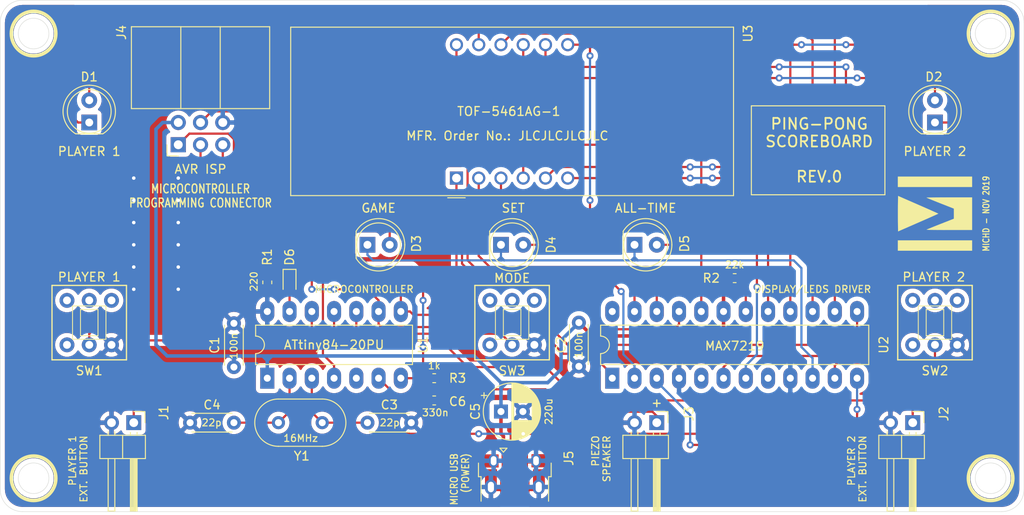
<source format=kicad_pcb>
(kicad_pcb (version 20171130) (host pcbnew 5.1.4-e60b266~84~ubuntu18.04.1)
  (title_block (title "Ping-pong Score Board") (date 2019-11-15) (rev 0))
  (layers (0 F.Cu signal) (31 B.Cu signal) (34 B.Paste user) (35 F.Paste user) (36 B.SilkS user) (37 F.SilkS user) (38 B.Mask user) (39 F.Mask user) (44 Edge.Cuts user))
  (net 0 "")
  (net 1 +5V)
  (net 2 GND)
  (net 3 "Net-(C3-Pad1)")
  (net 4 "Net-(C4-Pad1)")
  (net 5 /DIG4)
  (net 6 /SEG_A)
  (net 7 /SEG_B)
  (net 8 /DIG5)
  (net 9 /SEG_C)
  (net 10 "Net-(D6-Pad1)")
  (net 11 /PA0)
  (net 12 /PA1)
  (net 13 /PA2)
  (net 14 /PA5)
  (net 15 /PA4)
  (net 16 /PA6)
  (net 17 /PB3)
  (net 18 "Net-(R2-Pad2)")
  (net 19 /PA3)
  (net 20 /PA7)
  (net 21 /DIG0)
  (net 22 /SEG_F)
  (net 23 /SEG_G)
  (net 24 /DIG2)
  (net 25 /DIG3)
  (net 26 /SEG_E)
  (net 27 /SEG_DP)
  (net 28 /DIG1)
  (net 29 /SEG_D)
  (net 30 /PIEZO)
  (net 31 "Net-(C6-Pad2)")
  (module m-logo:m-logo (layer F.Cu) (at 194.31 95.504 90)
    (fp_text reference G*** hide)
    (fp_text value LOGO hide)
  )
  (module Display_7Segment:CA56-12CGKWA (layer F.Cu) (at 139.7 91.44 90)
    (fp_text reference U3 (at 16.51 33.274 270) (layer F.SilkS))
    (fp_text value TOF-5461AG-1 (at 7.62 5.969 180) (layer F.SilkS))
    (pad 1 thru_hole rect (at 0 0 90) (size 1.5 1.5) (drill 1) (layers *.Cu *.Mask) (net 26 /SEG_E))
    (pad 2 thru_hole circle (at 0 2.54 90) (size 1.5 1.5) (drill 1) (layers *.Cu *.Mask) (net 29 /SEG_D))
    (pad 3 thru_hole circle (at 0 5.08 90) (size 1.5 1.5) (drill 1) (layers *.Cu *.Mask) (net 27 /SEG_DP))
    (pad 4 thru_hole circle (at 0 7.62 90) (size 1.5 1.5) (drill 1) (layers *.Cu *.Mask) (net 9 /SEG_C))
    (pad 5 thru_hole circle (at 0 10.16 90) (size 1.5 1.5) (drill 1) (layers *.Cu *.Mask) (net 23 /SEG_G))
    (pad 6 thru_hole circle (at 0 12.7 90) (size 1.5 1.5) (drill 1) (layers *.Cu *.Mask) (net 25 /DIG3))
    (pad 7 thru_hole circle (at 15.24 12.7 90) (size 1.5 1.5) (drill 1) (layers *.Cu *.Mask) (net 7 /SEG_B))
    (pad 8 thru_hole circle (at 15.24 10.16 90) (size 1.5 1.5) (drill 1) (layers *.Cu *.Mask) (net 24 /DIG2))
    (pad 9 thru_hole circle (at 15.24 7.62 90) (size 1.5 1.5) (drill 1) (layers *.Cu *.Mask) (net 28 /DIG1))
    (pad 10 thru_hole circle (at 15.24 5.08 90) (size 1.5 1.5) (drill 1) (layers *.Cu *.Mask) (net 22 /SEG_F))
    (pad 11 thru_hole circle (at 15.24 2.54 90) (size 1.5 1.5) (drill 1) (layers *.Cu *.Mask) (net 6 /SEG_A))
    (pad 12 thru_hole circle (at 15.24 0 90) (size 1.5 1.5) (drill 1) (layers *.Cu *.Mask) (net 21 /DIG0))
  )
  (module Capacitor_THT:C_Disc_D4.3mm_W1.9mm_P5.00mm (layer F.Cu) (at 114.3 113.03 90)
    (fp_text reference C1 (at 2.5 -2.2 90) (layer F.SilkS))
    (fp_text value 100n (at 2.413 0 90) (layer F.SilkS) (effects (font (size 0.8 0.8) (thickness 0.13))))
    (pad 1 thru_hole circle (at 0 0 90) (size 1.6 1.6) (drill 0.8) (layers *.Cu *.Mask) (net 1 +5V))
    (pad 2 thru_hole circle (at 5 0 90) (size 1.6 1.6) (drill 0.8) (layers *.Cu *.Mask) (net 2 GND))
  )
  (module Capacitor_THT:C_Disc_D4.3mm_W1.9mm_P5.00mm (layer F.Cu) (at 153.67 107.95 270)
    (fp_text reference C2 (at 2.54 2.032 90) (layer F.SilkS))
    (fp_text value 100n (at 2.54 0 90) (layer F.SilkS) (effects (font (size 0.8 0.8) (thickness 0.13))))
    (pad 2 thru_hole circle (at 5 0 270) (size 1.6 1.6) (drill 0.8) (layers *.Cu *.Mask) (net 2 GND))
    (pad 1 thru_hole circle (at 0 0 270) (size 1.6 1.6) (drill 0.8) (layers *.Cu *.Mask) (net 1 +5V))
  )
  (module Capacitor_THT:C_Disc_D4.3mm_W1.9mm_P5.00mm (layer F.Cu) (at 129.54 119.38)
    (fp_text reference C3 (at 2.5 -2.032) (layer F.SilkS))
    (fp_text value 22p (at 2.54 0) (layer F.SilkS) (effects (font (size 0.8 0.8) (thickness 0.13))))
    (pad 1 thru_hole circle (at 0 0) (size 1.6 1.6) (drill 0.8) (layers *.Cu *.Mask) (net 3 "Net-(C3-Pad1)"))
    (pad 2 thru_hole circle (at 5 0) (size 1.6 1.6) (drill 0.8) (layers *.Cu *.Mask) (net 2 GND))
  )
  (module Capacitor_THT:C_Disc_D4.3mm_W1.9mm_P5.00mm (layer F.Cu) (at 114.3 119.38 180)
    (fp_text reference C4 (at 2.5 2.032) (layer F.SilkS))
    (fp_text value 22p (at 2.54 0) (layer F.SilkS) (effects (font (size 0.8 0.8) (thickness 0.13))))
    (pad 2 thru_hole circle (at 5 0 180) (size 1.6 1.6) (drill 0.8) (layers *.Cu *.Mask) (net 2 GND))
    (pad 1 thru_hole circle (at 0 0 180) (size 1.6 1.6) (drill 0.8) (layers *.Cu *.Mask) (net 4 "Net-(C4-Pad1)"))
  )
  (module Capacitor_THT:CP_Radial_D6.3mm_P2.50mm (layer F.Cu) (at 144.78 118.11)
    (fp_text reference C5 (at -2.921 0 90) (layer F.SilkS))
    (fp_text value 220u (at 5.461 0 90) (layer F.SilkS) (effects (font (size 0.8 0.8) (thickness 0.13))))
    (pad 1 thru_hole rect (at 0 0) (size 1.6 1.6) (drill 0.8) (layers *.Cu *.Mask) (net 1 +5V))
    (pad 2 thru_hole circle (at 2.5 0) (size 1.6 1.6) (drill 0.8) (layers *.Cu *.Mask) (net 2 GND))
  )
  (module LED_THT:LED_D5.0mm_Clear (layer F.Cu) (at 97.79 85.09 90)
    (fp_text reference D1 (at 5.207 0 180) (layer F.SilkS))
    (fp_text value LED)
    (pad 1 thru_hole rect (at 0 0 90) (size 1.8 1.8) (drill 0.9) (layers *.Cu *.Mask) (net 5 /DIG4))
    (pad 2 thru_hole circle (at 2.54 0 90) (size 1.8 1.8) (drill 0.9) (layers *.Cu *.Mask) (net 6 /SEG_A))
  )
  (module LED_THT:LED_D5.0mm_Clear (layer F.Cu) (at 194.31 85.09 90)
    (fp_text reference D2 (at 5.207 -0.127 180) (layer F.SilkS))
    (fp_text value LED)
    (pad 2 thru_hole circle (at 2.54 0 90) (size 1.8 1.8) (drill 0.9) (layers *.Cu *.Mask) (net 7 /SEG_B))
    (pad 1 thru_hole rect (at 0 0 90) (size 1.8 1.8) (drill 0.9) (layers *.Cu *.Mask) (net 5 /DIG4))
  )
  (module LED_THT:LED_D5.0mm (layer F.Cu) (at 129.54 99.06)
    (fp_text reference D3 (at 5.588 -0.127 90) (layer F.SilkS))
    (fp_text value LED)
    (pad 1 thru_hole rect (at 0 0) (size 1.8 1.8) (drill 0.9) (layers *.Cu *.Mask) (net 8 /DIG5))
    (pad 2 thru_hole circle (at 2.54 0) (size 1.8 1.8) (drill 0.9) (layers *.Cu *.Mask) (net 6 /SEG_A))
  )
  (module LED_THT:LED_D5.0mm (layer F.Cu) (at 144.78 99.06)
    (fp_text reference D4 (at 5.715 0 90) (layer F.SilkS))
    (fp_text value LED)
    (pad 2 thru_hole circle (at 2.54 0) (size 1.8 1.8) (drill 0.9) (layers *.Cu *.Mask) (net 7 /SEG_B))
    (pad 1 thru_hole rect (at 0 0) (size 1.8 1.8) (drill 0.9) (layers *.Cu *.Mask) (net 8 /DIG5))
  )
  (module LED_THT:LED_D5.0mm (layer F.Cu) (at 160.02 99.06)
    (fp_text reference D5 (at 5.715 -0.127 90) (layer F.SilkS))
    (fp_text value LED)
    (pad 1 thru_hole rect (at 0 0) (size 1.8 1.8) (drill 0.9) (layers *.Cu *.Mask) (net 8 /DIG5))
    (pad 2 thru_hole circle (at 2.54 0) (size 1.8 1.8) (drill 0.9) (layers *.Cu *.Mask) (net 9 /SEG_C))
  )
  (module LED_SMD:LED_0603_1608Metric (layer F.Cu) (at 120.65 103.3525 270)
    (fp_text reference D6 (at -2.8955 0 90) (layer F.SilkS))
    (fp_text value LED)
    (pad 1 smd roundrect (at -0.7875 0 270) (size 0.875 0.95) (layers F.Cu F.Paste F.Mask) (net 10 "Net-(D6-Pad1)"))
    (pad 2 smd roundrect (at 0.7875 0 270) (size 0.875 0.95) (layers F.Cu F.Paste F.Mask) (net 11 /PA0))
  )
  (module Connector_PinHeader_2.54mm:PinHeader_1x02_P2.54mm_Horizontal (layer F.Cu) (at 102.87 119.38 270)
    (fp_text reference J1 (at -1.143 -3.429 90) (layer F.SilkS))
    (fp_text value Conn_01x02_Male)
    (pad 1 thru_hole rect (at 0 0 270) (size 1.7 1.7) (drill 1) (layers *.Cu *.Mask) (net 12 /PA1))
    (pad 2 thru_hole oval (at 0 2.54 270) (size 1.7 1.7) (drill 1) (layers *.Cu *.Mask) (net 2 GND))
  )
  (module Connector_PinHeader_2.54mm:PinHeader_1x02_P2.54mm_Horizontal (layer F.Cu) (at 191.77 119.38 270)
    (fp_text reference J2 (at -1.016 -3.556 90) (layer F.SilkS))
    (fp_text value Conn_01x02_Male)
    (pad 2 thru_hole oval (at 0 2.54 270) (size 1.7 1.7) (drill 1) (layers *.Cu *.Mask) (net 2 GND))
    (pad 1 thru_hole rect (at 0 0 270) (size 1.7 1.7) (drill 1) (layers *.Cu *.Mask) (net 13 /PA2))
  )
  (module Connector_IDC:IDC-Header_2x03_P2.54mm_Horizontal (layer F.Cu) (at 107.95 87.63 90)
    (fp_text reference J4 (at 12.827 -6.477 90) (layer F.SilkS))
    (fp_text value Conn_02x03_Odd_Even)
    (pad 1 thru_hole rect (at 0 0 90) (size 1.7272 1.7272) (drill 1.016) (layers *.Cu *.Mask) (net 14 /PA5))
    (pad 2 thru_hole oval (at 2.54 0 90) (size 1.7272 1.7272) (drill 1.016) (layers *.Cu *.Mask) (net 1 +5V))
    (pad 3 thru_hole oval (at 0 2.54 90) (size 1.7272 1.7272) (drill 1.016) (layers *.Cu *.Mask) (net 15 /PA4))
    (pad 4 thru_hole oval (at 2.54 2.54 90) (size 1.7272 1.7272) (drill 1.016) (layers *.Cu *.Mask) (net 16 /PA6))
    (pad 5 thru_hole oval (at 0 5.08 90) (size 1.7272 1.7272) (drill 1.016) (layers *.Cu *.Mask) (net 17 /PB3))
    (pad 6 thru_hole oval (at 2.54 5.08 90) (size 1.7272 1.7272) (drill 1.016) (layers *.Cu *.Mask) (net 2 GND))
  )
  (module Connector_USB:USB_Micro-B_Amphenol_10103594-0001LF_Horizontal (layer F.Cu) (at 146.385 125.615)
    (fp_text reference J5 (at 6.142 -2.171 90) (layer F.SilkS))
    (fp_text value USB_B_Micro)
    (pad 6 smd rect (at 2.725 0.185) (size 1.35 2) (layers F.Cu F.Paste F.Mask) (net 2 GND))
    (pad 6 smd rect (at -2.755 0.185) (size 1.35 2) (layers F.Cu F.Paste F.Mask) (net 2 GND))
    (pad 6 smd rect (at -2.975 -0.565) (size 1.825 0.7) (layers F.Cu F.Paste F.Mask) (net 2 GND))
    (pad 6 smd rect (at 2.975 -0.565) (size 1.825 0.7) (layers F.Cu F.Paste F.Mask) (net 2 GND))
    (pad 6 smd rect (at -2.875 -1.865) (size 2 1.5) (layers F.Cu F.Paste F.Mask) (net 2 GND))
    (pad 6 smd rect (at 2.875 -1.885) (size 2 1.5) (layers F.Cu F.Paste F.Mask) (net 2 GND))
    (pad 1 smd rect (at -1.325 -1.765 90) (size 1.65 0.4) (layers F.Cu F.Paste F.Mask) (net 1 +5V))
    (pad 2 smd rect (at -0.675 -1.765 90) (size 1.65 0.4) (layers F.Cu F.Paste F.Mask))
    (pad 3 smd rect (at -0.025 -1.765 90) (size 1.65 0.4) (layers F.Cu F.Paste F.Mask))
    (pad 4 smd rect (at 0.625 -1.765 90) (size 1.65 0.4) (layers F.Cu F.Paste F.Mask))
    (pad 5 smd rect (at 1.275 -1.765 90) (size 1.65 0.4) (layers F.Cu F.Paste F.Mask) (net 2 GND))
    (pad 6 thru_hole oval (at -2.445 -1.885 90) (size 1.5 1.1) (drill oval 1.05 0.65) (layers *.Cu *.Mask) (net 2 GND))
    (pad 6 thru_hole oval (at 2.395 -1.885 90) (size 1.5 1.1) (drill oval 1.05 0.65) (layers *.Cu *.Mask) (net 2 GND))
    (pad 6 thru_hole oval (at -2.755 1.115 90) (size 1.7 1.35) (drill oval 1.2 0.7) (layers *.Cu *.Mask) (net 2 GND))
    (pad 6 thru_hole oval (at 2.705 1.115 90) (size 1.7 1.35) (drill oval 1.2 0.7) (layers *.Cu *.Mask) (net 2 GND))
    (pad 6 smd rect (at -0.985 1.385 90) (size 2.5 1.43) (layers F.Cu F.Paste F.Mask) (net 2 GND))
    (pad 6 smd rect (at 0.935 1.385 90) (size 2.5 1.43) (layers F.Cu F.Paste F.Mask) (net 2 GND))
  )
  (module 6-pin-momentary-push-button:6-pin-momentary-push-button (layer F.Cu) (at 97.79 107.95)
    (fp_text reference SW1 (at 0 5.5) (layer F.SilkS))
    (fp_text value SW_DPDT_x2)
    (pad 2 thru_hole circle (at 0 2.54) (size 1.7 1.7) (drill 0.9) (layers *.Cu *.Mask) (net 12 /PA1))
    (pad 1 thru_hole circle (at -2.54 2.54) (size 1.7 1.7) (drill 0.9) (layers *.Cu *.Mask))
    (pad 3 thru_hole circle (at 2.54 2.54) (size 1.7 1.7) (drill 0.9) (layers *.Cu *.Mask) (net 2 GND))
    (pad 6 thru_hole circle (at -2.54 -2.54) (size 1.7 1.7) (drill 0.9) (layers *.Cu *.Mask))
    (pad 5 thru_hole circle (at 0 -2.54) (size 1.7 1.7) (drill 0.9) (layers *.Cu *.Mask))
    (pad 4 thru_hole circle (at 2.54 -2.54) (size 1.7 1.7) (drill 0.9) (layers *.Cu *.Mask))
  )
  (module 6-pin-momentary-push-button:6-pin-momentary-push-button (layer F.Cu) (at 194.31 107.95)
    (fp_text reference SW2 (at 0 5.5) (layer F.SilkS))
    (fp_text value SW_DPDT_x2)
    (pad 4 thru_hole circle (at 2.54 -2.54) (size 1.7 1.7) (drill 0.9) (layers *.Cu *.Mask))
    (pad 5 thru_hole circle (at 0 -2.54) (size 1.7 1.7) (drill 0.9) (layers *.Cu *.Mask))
    (pad 6 thru_hole circle (at -2.54 -2.54) (size 1.7 1.7) (drill 0.9) (layers *.Cu *.Mask))
    (pad 3 thru_hole circle (at 2.54 2.54) (size 1.7 1.7) (drill 0.9) (layers *.Cu *.Mask) (net 2 GND))
    (pad 1 thru_hole circle (at -2.54 2.54) (size 1.7 1.7) (drill 0.9) (layers *.Cu *.Mask))
    (pad 2 thru_hole circle (at 0 2.54) (size 1.7 1.7) (drill 0.9) (layers *.Cu *.Mask) (net 13 /PA2))
  )
  (module 6-pin-momentary-push-button:6-pin-momentary-push-button (layer F.Cu) (at 146.05 107.95)
    (fp_text reference SW3 (at 0 5.5) (layer F.SilkS))
    (fp_text value SW_DPDT_x2)
    (pad 2 thru_hole circle (at 0 2.54) (size 1.7 1.7) (drill 0.9) (layers *.Cu *.Mask) (net 19 /PA3))
    (pad 1 thru_hole circle (at -2.54 2.54) (size 1.7 1.7) (drill 0.9) (layers *.Cu *.Mask))
    (pad 3 thru_hole circle (at 2.54 2.54) (size 1.7 1.7) (drill 0.9) (layers *.Cu *.Mask) (net 2 GND))
    (pad 6 thru_hole circle (at -2.54 -2.54) (size 1.7 1.7) (drill 0.9) (layers *.Cu *.Mask))
    (pad 5 thru_hole circle (at 0 -2.54) (size 1.7 1.7) (drill 0.9) (layers *.Cu *.Mask))
    (pad 4 thru_hole circle (at 2.54 -2.54) (size 1.7 1.7) (drill 0.9) (layers *.Cu *.Mask))
  )
  (module Package_DIP:DIP-24_W7.62mm_LongPads (layer F.Cu) (at 157.48 114.3 90)
    (fp_text reference U2 (at 3.81 30.988 90) (layer F.SilkS))
    (fp_text value MAX7219 (at 3.683 13.97 180) (layer F.SilkS))
    (pad 1 thru_hole rect (at 0 0 90) (size 2.4 1.6) (drill 0.8) (layers *.Cu *.Mask) (net 15 /PA4))
    (pad 13 thru_hole oval (at 7.62 27.94 90) (size 2.4 1.6) (drill 0.8) (layers *.Cu *.Mask) (net 14 /PA5))
    (pad 2 thru_hole oval (at 0 2.54 90) (size 2.4 1.6) (drill 0.8) (layers *.Cu *.Mask) (net 21 /DIG0))
    (pad 14 thru_hole oval (at 7.62 25.4 90) (size 2.4 1.6) (drill 0.8) (layers *.Cu *.Mask) (net 6 /SEG_A))
    (pad 3 thru_hole oval (at 0 5.08 90) (size 2.4 1.6) (drill 0.8) (layers *.Cu *.Mask) (net 5 /DIG4))
    (pad 15 thru_hole oval (at 7.62 22.86 90) (size 2.4 1.6) (drill 0.8) (layers *.Cu *.Mask) (net 22 /SEG_F))
    (pad 4 thru_hole oval (at 0 7.62 90) (size 2.4 1.6) (drill 0.8) (layers *.Cu *.Mask) (net 2 GND))
    (pad 16 thru_hole oval (at 7.62 20.32 90) (size 2.4 1.6) (drill 0.8) (layers *.Cu *.Mask) (net 7 /SEG_B))
    (pad 5 thru_hole oval (at 0 10.16 90) (size 2.4 1.6) (drill 0.8) (layers *.Cu *.Mask))
    (pad 17 thru_hole oval (at 7.62 17.78 90) (size 2.4 1.6) (drill 0.8) (layers *.Cu *.Mask) (net 23 /SEG_G))
    (pad 6 thru_hole oval (at 0 12.7 90) (size 2.4 1.6) (drill 0.8) (layers *.Cu *.Mask) (net 24 /DIG2))
    (pad 18 thru_hole oval (at 7.62 15.24 90) (size 2.4 1.6) (drill 0.8) (layers *.Cu *.Mask) (net 18 "Net-(R2-Pad2)"))
    (pad 7 thru_hole oval (at 0 15.24 90) (size 2.4 1.6) (drill 0.8) (layers *.Cu *.Mask) (net 25 /DIG3))
    (pad 19 thru_hole oval (at 7.62 12.7 90) (size 2.4 1.6) (drill 0.8) (layers *.Cu *.Mask) (net 1 +5V))
    (pad 8 thru_hole oval (at 0 17.78 90) (size 2.4 1.6) (drill 0.8) (layers *.Cu *.Mask))
    (pad 20 thru_hole oval (at 7.62 10.16 90) (size 2.4 1.6) (drill 0.8) (layers *.Cu *.Mask) (net 9 /SEG_C))
    (pad 9 thru_hole oval (at 0 20.32 90) (size 2.4 1.6) (drill 0.8) (layers *.Cu *.Mask) (net 2 GND))
    (pad 21 thru_hole oval (at 7.62 7.62 90) (size 2.4 1.6) (drill 0.8) (layers *.Cu *.Mask) (net 26 /SEG_E))
    (pad 10 thru_hole oval (at 0 22.86 90) (size 2.4 1.6) (drill 0.8) (layers *.Cu *.Mask) (net 8 /DIG5))
    (pad 22 thru_hole oval (at 7.62 5.08 90) (size 2.4 1.6) (drill 0.8) (layers *.Cu *.Mask) (net 27 /SEG_DP))
    (pad 11 thru_hole oval (at 0 25.4 90) (size 2.4 1.6) (drill 0.8) (layers *.Cu *.Mask) (net 28 /DIG1))
    (pad 23 thru_hole oval (at 7.62 2.54 90) (size 2.4 1.6) (drill 0.8) (layers *.Cu *.Mask) (net 29 /SEG_D))
    (pad 12 thru_hole oval (at 0 27.94 90) (size 2.4 1.6) (drill 0.8) (layers *.Cu *.Mask) (net 20 /PA7))
    (pad 24 thru_hole oval (at 7.62 0 90) (size 2.4 1.6) (drill 0.8) (layers *.Cu *.Mask))
  )
  (module Package_DIP:DIP-14_W7.62mm_LongPads (layer F.Cu) (at 118.11 114.3 90)
    (fp_text reference U1 (at 3.81 17.78 90) (layer F.SilkS))
    (fp_text value ATtiny84-20PU (at 3.81 7.62 180) (layer F.SilkS))
    (pad 1 thru_hole rect (at 0 0 90) (size 2.4 1.6) (drill 0.8) (layers *.Cu *.Mask) (net 1 +5V))
    (pad 8 thru_hole oval (at 7.62 15.24 90) (size 2.4 1.6) (drill 0.8) (layers *.Cu *.Mask) (net 14 /PA5))
    (pad 2 thru_hole oval (at 0 2.54 90) (size 2.4 1.6) (drill 0.8) (layers *.Cu *.Mask) (net 4 "Net-(C4-Pad1)"))
    (pad 9 thru_hole oval (at 7.62 12.7 90) (size 2.4 1.6) (drill 0.8) (layers *.Cu *.Mask) (net 15 /PA4))
    (pad 3 thru_hole oval (at 0 5.08 90) (size 2.4 1.6) (drill 0.8) (layers *.Cu *.Mask) (net 3 "Net-(C3-Pad1)"))
    (pad 10 thru_hole oval (at 7.62 10.16 90) (size 2.4 1.6) (drill 0.8) (layers *.Cu *.Mask) (net 19 /PA3))
    (pad 4 thru_hole oval (at 0 7.62 90) (size 2.4 1.6) (drill 0.8) (layers *.Cu *.Mask) (net 17 /PB3))
    (pad 11 thru_hole oval (at 7.62 7.62 90) (size 2.4 1.6) (drill 0.8) (layers *.Cu *.Mask) (net 13 /PA2))
    (pad 5 thru_hole oval (at 0 10.16 90) (size 2.4 1.6) (drill 0.8) (layers *.Cu *.Mask))
    (pad 12 thru_hole oval (at 7.62 5.08 90) (size 2.4 1.6) (drill 0.8) (layers *.Cu *.Mask) (net 12 /PA1))
    (pad 6 thru_hole oval (at 0 12.7 90) (size 2.4 1.6) (drill 0.8) (layers *.Cu *.Mask) (net 20 /PA7))
    (pad 13 thru_hole oval (at 7.62 2.54 90) (size 2.4 1.6) (drill 0.8) (layers *.Cu *.Mask) (net 11 /PA0))
    (pad 7 thru_hole oval (at 0 15.24 90) (size 2.4 1.6) (drill 0.8) (layers *.Cu *.Mask) (net 16 /PA6))
    (pad 14 thru_hole oval (at 7.62 0 90) (size 2.4 1.6) (drill 0.8) (layers *.Cu *.Mask) (net 2 GND))
  )
  (module Resistor_SMD:R_0603_1608Metric (layer F.Cu) (at 118.11 103.3525 90)
    (fp_text reference R1 (at 2.8955 0 90) (layer F.SilkS))
    (fp_text value 220 (at 0.1015 -1.524 90) (layer F.SilkS) (effects (font (size 0.8 0.8) (thickness 0.13))))
    (pad 1 smd roundrect (at -0.7875 0 90) (size 0.875 0.95) (layers F.Cu F.Paste F.Mask) (net 2 GND))
    (pad 2 smd roundrect (at 0.7875 0 90) (size 0.875 0.95) (layers F.Cu F.Paste F.Mask) (net 10 "Net-(D6-Pad1)"))
  )
  (module Resistor_SMD:R_0603_1608Metric (layer F.Cu) (at 171.45 102.87)
    (fp_text reference R2 (at -2.667 0) (layer F.SilkS))
    (fp_text value 22k (at 0 -1.524) (layer F.SilkS) (effects (font (size 0.8 0.8) (thickness 0.13))))
    (pad 2 smd roundrect (at 0.7875 0) (size 0.875 0.95) (layers F.Cu F.Paste F.Mask) (net 18 "Net-(R2-Pad2)"))
    (pad 1 smd roundrect (at -0.7875 0) (size 0.875 0.95) (layers F.Cu F.Paste F.Mask) (net 1 +5V))
  )
  (module Capacitor_SMD:C_0603_1608Metric (layer F.Cu) (at 137.16 116.84 180)
    (fp_text reference C6 (at -2.667 -0.127) (layer F.SilkS))
    (fp_text value 330n (at -0.127 -1.397) (layer F.SilkS) (effects (font (size 0.8 0.8) (thickness 0.13))))
    (pad 1 smd roundrect (at -0.7875 0 180) (size 0.875 0.95) (layers F.Cu F.Paste F.Mask) (net 30 /PIEZO))
    (pad 2 smd roundrect (at 0.7875 0 180) (size 0.875 0.95) (layers F.Cu F.Paste F.Mask) (net 31 "Net-(C6-Pad2)"))
  )
  (module Connector_PinHeader_2.54mm:PinHeader_1x02_P2.54mm_Horizontal (layer F.Cu) (at 162.56 119.38 270)
    (fp_text reference J3 (at -1.016 -3.683 90) (layer F.SilkS))
    (fp_text value Conn_01x02_Male)
    (pad 1 thru_hole rect (at 0 0 270) (size 1.7 1.7) (drill 1) (layers *.Cu *.Mask) (net 30 /PIEZO))
    (pad 2 thru_hole oval (at 0 2.54 270) (size 1.7 1.7) (drill 1) (layers *.Cu *.Mask) (net 2 GND))
  )
  (module Resistor_SMD:R_0603_1608Metric (layer F.Cu) (at 137.16 114.3 180)
    (fp_text reference R3 (at -2.667 0) (layer F.SilkS))
    (fp_text value 1k (at 0 1.43) (layer F.SilkS) (effects (font (size 0.8 0.8) (thickness 0.13))))
    (pad 1 smd roundrect (at -0.7875 0 180) (size 0.875 0.95) (layers F.Cu F.Paste F.Mask) (net 31 "Net-(C6-Pad2)"))
    (pad 2 smd roundrect (at 0.7875 0 180) (size 0.875 0.95) (layers F.Cu F.Paste F.Mask) (net 16 /PA6))
  )
  (module Crystal:Resonator-2Pin_W10.0mm_H5.0mm (layer F.Cu) (at 119.38 119.38)
    (fp_text reference Y1 (at 2.667 3.81) (layer F.SilkS))
    (fp_text value 16MHz (at 2.54 1.778) (layer F.SilkS) (effects (font (size 0.8 0.8) (thickness 0.13))))
    (pad 1 thru_hole circle (at 0 0) (size 1.5 1.5) (drill 0.8) (layers *.Cu *.Mask) (net 4 "Net-(C4-Pad1)"))
    (pad 2 thru_hole circle (at 5 0) (size 1.5 1.5) (drill 0.8) (layers *.Cu *.Mask) (net 3 "Net-(C3-Pad1)"))
  )
  (gr_text JLCJLCJLCJLC (at 151.892 86.614) (layer F.SilkS) (effects (font (size 1 1))))
  (gr_text "MFR. Order No.:" (at 139.954 86.614) (layer F.SilkS) (effects (font (size 1 1))))
  (gr_line (start 173.355 93.345) (end 173.355 83.185) (layer F.SilkS) (width 0.12))
  (gr_line (start 188.595 93.345) (end 173.355 93.345) (layer F.SilkS) (width 0.12))
  (gr_line (start 188.595 83.185) (end 188.595 93.345) (layer F.SilkS) (width 0.12))
  (gr_line (start 173.355 83.185) (end 188.595 83.185) (layer F.SilkS) (width 0.12))
  (gr_text "PING-PONG\nSCOREBOARD\n\nREV.0" (at 181.102 88.265) (layer F.SilkS) (effects (font (size 1.25 1.25) (thickness 0.2))))
  (gr_text "MICHD - NOV 2019" (at 200.152 95.504 90) (layer F.SilkS) (effects (font (size 0.7 0.575) (thickness 0.125))))
  (gr_text "MICRO USB\n(POWER)" (at 140.081 122.809 90) (layer F.SilkS) (effects (font (size 0.8 0.7) (thickness 0.13)) (justify right)))
  (gr_text + (at 162.56 117.094) (layer F.SilkS) (effects (font (size 1 1))))
  (gr_text "PIEZO\nSPEAKER" (at 156.21 120.777 90) (layer F.SilkS) (effects (font (size 0.8 0.8) (thickness 0.13)) (justify right)))
  (gr_text "PLAYER 2\nEXT. BUTTON" (at 185.42 120.777 90) (layer F.SilkS) (effects (font (size 0.8 0.8) (thickness 0.13)) (justify right)))
  (gr_text "PLAYER 1\nEXT. BUTTON" (at 96.52 120.777 90) (layer F.SilkS) (effects (font (size 0.8 0.8) (thickness 0.13)) (justify right)))
  (gr_text "MICROCONTROLLER\nPROGRAMMING CONNECTOR" (at 110.49 93.472) (layer F.SilkS) (effects (font (size 1 0.8))))
  (gr_text "AVR ISP" (at 110.49 90.424) (layer F.SilkS) (effects (font (size 1 1))))
  (gr_text "DISPLAY/LEDS DRIVER" (at 180.34 104.14) (layer F.SilkS) (effects (font (size 0.8 0.8) (thickness 0.13))))
  (gr_text MICROCONTROLLER (at 129.159 104.14) (layer F.SilkS) (effects (font (size 0.8 0.8) (thickness 0.13))))
  (gr_text ALL-TIME (at 161.29 94.869) (layer F.SilkS) (effects (font (size 1 1))))
  (gr_text SET (at 146.177 94.869) (layer F.SilkS) (effects (font (size 1 1))))
  (gr_text GAME (at 130.81 94.869) (layer F.SilkS) (effects (font (size 1 1))))
  (gr_text "PLAYER 1" (at 97.79 88.392) (layer F.SilkS) (effects (font (size 1 1))))
  (gr_text "PLAYER 2" (at 194.31 88.392) (layer F.SilkS) (effects (font (size 1 1))))
  (gr_text MODE (at 146.05 102.87) (layer F.SilkS) (effects (font (size 1 1))))
  (gr_text "PLAYER 2" (at 194.183 102.743) (layer F.SilkS) (effects (font (size 1 1))))
  (gr_text "PLAYER 1" (at 97.79 102.743) (layer F.SilkS) (effects (font (size 1 1))))
  (gr_circle (center 200.66 74.93) (end 203.2 74.93) (layer F.SilkS) (width 0.4))
  (gr_circle (center 200.66 125.73) (end 203.2 125.73) (layer F.SilkS) (width 0.4))
  (gr_circle (center 91.44 125.73) (end 93.98 125.73) (layer F.SilkS) (width 0.4))
  (gr_circle (center 91.44 74.93) (end 93.98 74.93) (layer F.SilkS) (width 0.4))
  (gr_arc (start 90.17 73.66) (end 90.17 71.12) (angle -90) (layer Edge.Cuts) (width 0.05))
  (gr_arc (start 90.17 127) (end 87.63 127) (angle -90) (layer Edge.Cuts) (width 0.05))
  (gr_arc (start 201.93 127) (end 201.93 129.54) (angle -90) (layer Edge.Cuts) (width 0.05))
  (gr_arc (start 201.93 73.66) (end 204.47 73.66) (angle -90) (layer Edge.Cuts) (width 0.05))
  (gr_circle (center 200.66 125.73) (end 202.41 125.73) (layer Edge.Cuts) (width 0.05))
  (gr_circle (center 200.66 74.93) (end 202.41 74.93) (layer Edge.Cuts) (width 0.05))
  (gr_circle (center 91.44 125.73) (end 93.19 125.73) (layer Edge.Cuts) (width 0.05))
  (gr_circle (center 91.44 74.93) (end 93.19 74.93) (layer Edge.Cuts) (width 0.05))
  (gr_line (start 87.63 127) (end 87.63 73.66) (layer Edge.Cuts) (width 0.05))
  (gr_line (start 201.93 129.54) (end 90.17 129.54) (layer Edge.Cuts) (width 0.05))
  (gr_line (start 204.47 73.66) (end 204.47 127) (layer Edge.Cuts) (width 0.05))
  (gr_line (start 90.17 71.12) (end 201.93 71.12) (layer Edge.Cuts) (width 0.05))
  (segment (start 170.18 103.3525) (end 170.6625 102.87) (width 0.4) (layer F.Cu) (net 1))
  (segment (start 170.18 106.68) (end 170.18 103.3525) (width 0.4) (layer F.Cu) (net 1))
  (segment (start 118.11 112.522) (end 118.11 114.3) (width 0.4) (layer B.Cu) (net 1))
  (segment (start 144.78 114.808) (end 141.732 111.76) (width 0.4) (layer B.Cu) (net 1))
  (segment (start 144.78 118.11) (end 144.78 115.824) (width 0.4) (layer B.Cu) (net 1))
  (segment (start 141.732 111.76) (end 119.126 111.76) (width 0.4) (layer B.Cu) (net 1))
  (segment (start 115.57 111.76) (end 117.348 111.76) (width 0.4) (layer B.Cu) (net 1))
  (segment (start 118.11 112.268) (end 118.11 111.76) (width 0.4) (layer B.Cu) (net 1))
  (segment (start 117.602 111.76) (end 118.11 112.268) (width 0.4) (layer B.Cu) (net 1))
  (segment (start 118.11 112.522) (end 118.11 112.268) (width 0.4) (layer B.Cu) (net 1))
  (segment (start 117.602 111.76) (end 118.11 111.76) (width 0.4) (layer B.Cu) (net 1))
  (segment (start 117.348 111.76) (end 117.602 111.76) (width 0.4) (layer B.Cu) (net 1))
  (segment (start 118.11 112.268) (end 118.618 111.76) (width 0.4) (layer B.Cu) (net 1))
  (segment (start 118.11 111.76) (end 118.618 111.76) (width 0.4) (layer B.Cu) (net 1))
  (segment (start 118.618 111.76) (end 119.126 111.76) (width 0.4) (layer B.Cu) (net 1))
  (segment (start 151.638 113.284) (end 151.638 109.982) (width 0.4) (layer B.Cu) (net 1))
  (segment (start 151.638 109.982) (end 153.67 107.95) (width 0.4) (layer B.Cu) (net 1))
  (segment (start 150.114 114.808) (end 151.638 113.284) (width 0.4) (layer B.Cu) (net 1))
  (segment (start 144.78 120.65) (end 144.78 118.11) (width 0.4) (layer F.Cu) (net 1))
  (segment (start 145.06 123.85) (end 145.06 120.93) (width 0.4) (layer F.Cu) (net 1))
  (segment (start 145.06 120.93) (end 144.78 120.65) (width 0.4) (layer F.Cu) (net 1))
  (segment (start 170.18 108.712) (end 170.18 106.68) (width 0.4) (layer F.Cu) (net 1))
  (segment (start 153.67 107.95) (end 155.194 109.474) (width 0.4) (layer F.Cu) (net 1))
  (segment (start 169.418 109.474) (end 170.18 108.712) (width 0.4) (layer F.Cu) (net 1))
  (segment (start 155.194 109.474) (end 169.418 109.474) (width 0.4) (layer F.Cu) (net 1))
  (segment (start 144.78 115.443) (end 145.415 114.808) (width 0.4) (layer B.Cu) (net 1))
  (segment (start 145.415 114.808) (end 150.114 114.808) (width 0.4) (layer B.Cu) (net 1))
  (segment (start 144.78 114.808) (end 145.415 114.808) (width 0.4) (layer B.Cu) (net 1))
  (segment (start 144.78 115.443) (end 144.78 114.808) (width 0.4) (layer B.Cu) (net 1))
  (segment (start 144.78 115.824) (end 144.78 115.443) (width 0.4) (layer B.Cu) (net 1))
  (segment (start 114.3 111.89863) (end 114.3 111.76) (width 0.4) (layer B.Cu) (net 1))
  (segment (start 114.3 111.76) (end 113.919 111.76) (width 0.4) (layer B.Cu) (net 1))
  (segment (start 114.16137 111.76) (end 114.3 111.89863) (width 0.4) (layer B.Cu) (net 1))
  (segment (start 113.919 111.76) (end 114.16137 111.76) (width 0.4) (layer B.Cu) (net 1))
  (segment (start 113.919 111.76) (end 114.3 112.141) (width 0.4) (layer B.Cu) (net 1))
  (segment (start 114.3 111.89863) (end 114.3 112.141) (width 0.4) (layer B.Cu) (net 1))
  (segment (start 114.3 112.141) (end 114.3 113.03) (width 0.4) (layer B.Cu) (net 1))
  (segment (start 115.062 111.76) (end 114.681 111.76) (width 0.4) (layer B.Cu) (net 1))
  (segment (start 115.062 111.76) (end 114.3 111.76) (width 0.4) (layer B.Cu) (net 1))
  (segment (start 114.681 111.76) (end 114.3 112.141) (width 0.4) (layer B.Cu) (net 1))
  (segment (start 115.57 111.76) (end 115.062 111.76) (width 0.4) (layer B.Cu) (net 1))
  (segment (start 106.172 85.09) (end 107.95 85.09) (width 0.4) (layer B.Cu) (net 1))
  (segment (start 105.41 85.852) (end 106.172 85.09) (width 0.4) (layer B.Cu) (net 1))
  (segment (start 113.919 111.76) (end 106.68 111.76) (width 0.4) (layer B.Cu) (net 1))
  (segment (start 105.41 110.49) (end 105.41 85.852) (width 0.4) (layer B.Cu) (net 1))
  (segment (start 106.68 111.76) (end 105.41 110.49) (width 0.4) (layer B.Cu) (net 1))
  (via (at 102.87 91.44) (size 0.8) (drill 0.4) (layers F.Cu B.Cu) (net 2))
  (via (at 102.87 93.98) (size 0.8) (drill 0.4) (layers F.Cu B.Cu) (net 2))
  (via (at 102.87 96.52) (size 0.8) (drill 0.4) (layers F.Cu B.Cu) (net 2))
  (via (at 102.87 99.06) (size 0.8) (drill 0.4) (layers F.Cu B.Cu) (net 2))
  (via (at 102.87 101.6) (size 0.8) (drill 0.4) (layers F.Cu B.Cu) (net 2))
  (via (at 102.87 104.14) (size 0.8) (drill 0.4) (layers F.Cu B.Cu) (net 2))
  (via (at 107.95 91.44) (size 0.8) (drill 0.4) (layers F.Cu B.Cu) (net 2))
  (via (at 107.95 93.98) (size 0.8) (drill 0.4) (layers F.Cu B.Cu) (net 2))
  (via (at 107.95 96.52) (size 0.8) (drill 0.4) (layers F.Cu B.Cu) (net 2))
  (via (at 107.95 99.06) (size 0.8) (drill 0.4) (layers F.Cu B.Cu) (net 2))
  (via (at 107.95 101.6) (size 0.8) (drill 0.4) (layers F.Cu B.Cu) (net 2))
  (via (at 107.95 104.14) (size 0.8) (drill 0.4) (layers F.Cu B.Cu) (net 2))
  (segment (start 148.66 123.85) (end 148.78 123.73) (width 0.4) (layer F.Cu) (net 2))
  (segment (start 147.66 123.85) (end 148.66 123.85) (width 0.4) (layer F.Cu) (net 2))
  (segment (start 148.82 127) (end 149.09 126.73) (width 0.4) (layer F.Cu) (net 2))
  (segment (start 147.32 127) (end 148.82 127) (width 0.4) (layer F.Cu) (net 2))
  (segment (start 143.9 127) (end 143.63 126.73) (width 0.4) (layer F.Cu) (net 2))
  (segment (start 145.4 127) (end 143.9 127) (width 0.4) (layer F.Cu) (net 2))
  (segment (start 124.38 119.38) (end 123.19 118.19) (width 0.25) (layer F.Cu) (net 3))
  (segment (start 123.19 118.19) (end 123.19 114.3) (width 0.25) (layer F.Cu) (net 3))
  (segment (start 124.38 119.38) (end 129.54 119.38) (width 0.25) (layer F.Cu) (net 3))
  (segment (start 119.38 119.38) (end 120.65 118.11) (width 0.25) (layer F.Cu) (net 4))
  (segment (start 120.65 118.11) (end 120.65 114.3) (width 0.25) (layer F.Cu) (net 4))
  (segment (start 114.3 119.38) (end 119.38 119.38) (width 0.25) (layer F.Cu) (net 4))
  (segment (start 198.882 85.09) (end 199.009 85.09) (width 0.25) (layer F.Cu) (net 5))
  (segment (start 199.009 85.09) (end 199.39 84.709) (width 0.25) (layer F.Cu) (net 5))
  (segment (start 199.39 85.09) (end 199.39 84.709) (width 0.25) (layer F.Cu) (net 5))
  (segment (start 198.882 85.09) (end 199.39 85.09) (width 0.25) (layer F.Cu) (net 5))
  (segment (start 194.31 85.09) (end 198.882 85.09) (width 0.25) (layer F.Cu) (net 5))
  (segment (start 199.009 85.09) (end 199.39 85.471) (width 0.25) (layer F.Cu) (net 5))
  (segment (start 199.39 85.471) (end 199.39 85.09) (width 0.25) (layer F.Cu) (net 5))
  (segment (start 166.37 121.92) (end 166.37 118.51) (width 0.25) (layer B.Cu) (net 5))
  (segment (start 166.37 118.51) (end 162.56 114.7) (width 0.25) (layer B.Cu) (net 5))
  (segment (start 162.56 114.7) (end 162.56 114.3) (width 0.25) (layer B.Cu) (net 5))
  (via (at 166.37 121.92) (size 0.8) (drill 0.4) (layers F.Cu B.Cu) (net 5))
  (segment (start 199.39 119.38) (end 199.39 85.471) (width 0.25) (layer F.Cu) (net 5))
  (segment (start 166.37 121.92) (end 196.85 121.92) (width 0.25) (layer F.Cu) (net 5))
  (segment (start 196.85 121.92) (end 199.39 119.38) (width 0.25) (layer F.Cu) (net 5))
  (segment (start 199.39 78.74) (end 199.39 84.709) (width 0.25) (layer F.Cu) (net 5))
  (segment (start 96.52 85.09) (end 95.25 83.82) (width 0.25) (layer F.Cu) (net 5))
  (segment (start 97.79 85.09) (end 96.52 85.09) (width 0.25) (layer F.Cu) (net 5))
  (segment (start 96.52 72.39) (end 193.04 72.39) (width 0.25) (layer F.Cu) (net 5))
  (segment (start 95.25 83.82) (end 95.25 73.66) (width 0.25) (layer F.Cu) (net 5))
  (segment (start 95.25 73.66) (end 96.52 72.39) (width 0.25) (layer F.Cu) (net 5))
  (segment (start 193.04 72.39) (end 199.39 78.74) (width 0.25) (layer F.Cu) (net 5))
  (segment (start 182.88 75.057) (end 182.88 106.68) (width 0.25) (layer F.Cu) (net 6))
  (segment (start 181.483 73.66) (end 182.88 75.057) (width 0.25) (layer F.Cu) (net 6))
  (segment (start 142.24 76.2) (end 142.24 73.66) (width 0.25) (layer F.Cu) (net 6))
  (segment (start 142.24 73.66) (end 181.483 73.66) (width 0.25) (layer F.Cu) (net 6))
  (segment (start 97.79 74.93) (end 97.79 82.55) (width 0.25) (layer F.Cu) (net 6))
  (segment (start 99.06 73.66) (end 97.79 74.93) (width 0.25) (layer F.Cu) (net 6))
  (segment (start 131.699 73.66) (end 132.08 74.041) (width 0.25) (layer F.Cu) (net 6))
  (segment (start 132.08 74.041) (end 132.08 73.66) (width 0.25) (layer F.Cu) (net 6))
  (segment (start 132.08 99.06) (end 132.08 74.041) (width 0.25) (layer F.Cu) (net 6))
  (segment (start 131.445 73.66) (end 131.699 73.66) (width 0.25) (layer F.Cu) (net 6))
  (segment (start 131.445 73.66) (end 99.06 73.66) (width 0.25) (layer F.Cu) (net 6))
  (segment (start 132.08 74.041) (end 132.461 73.66) (width 0.25) (layer F.Cu) (net 6))
  (segment (start 142.24 73.66) (end 132.461 73.66) (width 0.25) (layer F.Cu) (net 6))
  (segment (start 132.461 73.66) (end 131.445 73.66) (width 0.25) (layer F.Cu) (net 6))
  (segment (start 155.067 76.2) (end 155.321 76.2) (width 0.25) (layer F.Cu) (net 7))
  (segment (start 155.702 76.2) (end 155.067 76.2) (width 0.25) (layer F.Cu) (net 7))
  (segment (start 156.083 76.2) (end 155.702 76.2) (width 0.25) (layer F.Cu) (net 7))
  (segment (start 176.911 76.2) (end 156.083 76.2) (width 0.25) (layer F.Cu) (net 7))
  (segment (start 177.8 82.042) (end 177.8 82.169) (width 0.25) (layer F.Cu) (net 7))
  (segment (start 177.8 82.55) (end 177.8 82.042) (width 0.25) (layer F.Cu) (net 7))
  (segment (start 177.8 106.68) (end 177.8 82.931) (width 0.25) (layer F.Cu) (net 7))
  (segment (start 177.8 82.931) (end 177.8 82.55) (width 0.25) (layer F.Cu) (net 7))
  (via (at 179.07 76.2) (size 0.8) (drill 0.4) (layers F.Cu B.Cu) (net 7))
  (via (at 184.15 76.2) (size 0.8) (drill 0.4) (layers F.Cu B.Cu) (net 7))
  (segment (start 179.07 76.2) (end 184.15 76.2) (width 0.25) (layer B.Cu) (net 7))
  (segment (start 184.15 76.2) (end 193.04 76.2) (width 0.25) (layer F.Cu) (net 7))
  (segment (start 193.04 76.2) (end 194.31 77.47) (width 0.25) (layer F.Cu) (net 7))
  (segment (start 194.31 77.47) (end 194.31 82.55) (width 0.25) (layer F.Cu) (net 7))
  (segment (start 177.8 77.47) (end 177.8 77.089) (width 0.25) (layer F.Cu) (net 7))
  (segment (start 177.8 82.042) (end 177.8 77.47) (width 0.25) (layer F.Cu) (net 7))
  (segment (start 177.8 76.2) (end 177.8 76.454) (width 0.25) (layer F.Cu) (net 7))
  (segment (start 177.8 76.454) (end 177.8 76.327) (width 0.25) (layer F.Cu) (net 7))
  (segment (start 177.8 76.2) (end 177.927 76.2) (width 0.25) (layer F.Cu) (net 7))
  (segment (start 177.419 76.2) (end 177.8 76.581) (width 0.25) (layer F.Cu) (net 7))
  (segment (start 177.8 76.581) (end 177.8 76.454) (width 0.25) (layer F.Cu) (net 7))
  (segment (start 177.419 76.2) (end 177.8 76.2) (width 0.25) (layer F.Cu) (net 7))
  (segment (start 177.8 77.47) (end 177.8 76.581) (width 0.25) (layer F.Cu) (net 7))
  (segment (start 176.911 76.2) (end 177.419 76.2) (width 0.25) (layer F.Cu) (net 7))
  (segment (start 177.8 76.581) (end 178.181 76.2) (width 0.25) (layer F.Cu) (net 7))
  (segment (start 177.927 76.2) (end 178.181 76.2) (width 0.25) (layer F.Cu) (net 7))
  (segment (start 178.181 76.2) (end 179.07 76.2) (width 0.25) (layer F.Cu) (net 7))
  (via (at 154.94 77.47) (size 0.8) (drill 0.4) (layers F.Cu B.Cu) (net 7))
  (segment (start 154.94 77.47) (end 154.94 76.904315) (width 0.25) (layer F.Cu) (net 7))
  (segment (start 155.067 76.2) (end 154.94 76.2) (width 0.25) (layer F.Cu) (net 7))
  (segment (start 154.94 93.98) (end 154.94 77.47) (width 0.25) (layer B.Cu) (net 7))
  (via (at 154.94 93.98) (size 0.8) (drill 0.4) (layers F.Cu B.Cu) (net 7))
  (segment (start 154.559 76.2) (end 154.94 76.581) (width 0.25) (layer F.Cu) (net 7))
  (segment (start 154.305 76.2) (end 154.559 76.2) (width 0.25) (layer F.Cu) (net 7))
  (segment (start 154.94 76.581) (end 154.94 76.2) (width 0.25) (layer F.Cu) (net 7))
  (segment (start 154.94 76.904315) (end 154.94 76.581) (width 0.25) (layer F.Cu) (net 7))
  (segment (start 154.305 76.2) (end 152.4 76.2) (width 0.25) (layer F.Cu) (net 7))
  (segment (start 154.94 76.2) (end 154.305 76.2) (width 0.25) (layer F.Cu) (net 7))
  (segment (start 154.94 76.581) (end 155.321 76.2) (width 0.25) (layer F.Cu) (net 7))
  (segment (start 153.67 99.06) (end 147.32 99.06) (width 0.25) (layer F.Cu) (net 7))
  (segment (start 154.94 93.98) (end 154.94 97.79) (width 0.25) (layer F.Cu) (net 7))
  (segment (start 154.94 97.79) (end 153.67 99.06) (width 0.25) (layer F.Cu) (net 7))
  (segment (start 129.54 100.21) (end 130.168 100.838) (width 0.25) (layer B.Cu) (net 8))
  (segment (start 129.54 99.06) (end 129.54 100.21) (width 0.25) (layer B.Cu) (net 8))
  (segment (start 160.02 99.06) (end 160.02 100.21) (width 0.25) (layer B.Cu) (net 8))
  (segment (start 144.399 100.838) (end 144.78 100.457) (width 0.25) (layer B.Cu) (net 8))
  (segment (start 144.78 99.06) (end 144.78 100.457) (width 0.25) (layer B.Cu) (net 8))
  (segment (start 144.399 100.838) (end 144.78 100.838) (width 0.25) (layer B.Cu) (net 8))
  (segment (start 144.78 100.457) (end 144.78 100.838) (width 0.25) (layer B.Cu) (net 8))
  (segment (start 130.168 100.838) (end 144.399 100.838) (width 0.25) (layer B.Cu) (net 8))
  (segment (start 144.78 100.457) (end 145.161 100.838) (width 0.25) (layer B.Cu) (net 8))
  (segment (start 144.78 100.838) (end 145.161 100.838) (width 0.25) (layer B.Cu) (net 8))
  (segment (start 160.02 100.457) (end 159.639 100.838) (width 0.25) (layer B.Cu) (net 8))
  (segment (start 159.639 100.838) (end 160.02 100.838) (width 0.25) (layer B.Cu) (net 8))
  (segment (start 145.161 100.838) (end 159.639 100.838) (width 0.25) (layer B.Cu) (net 8))
  (segment (start 160.02 100.457) (end 160.02 100.838) (width 0.25) (layer B.Cu) (net 8))
  (segment (start 160.02 100.21) (end 160.02 100.457) (width 0.25) (layer B.Cu) (net 8))
  (segment (start 160.02 100.838) (end 160.401 100.838) (width 0.25) (layer B.Cu) (net 8))
  (segment (start 160.02 100.457) (end 160.401 100.838) (width 0.25) (layer B.Cu) (net 8))
  (segment (start 179.07 110.744) (end 180.34 112.014) (width 0.25) (layer B.Cu) (net 8))
  (segment (start 180.34 112.014) (end 180.34 114.3) (width 0.25) (layer B.Cu) (net 8))
  (segment (start 179.07 101.727) (end 179.07 110.744) (width 0.25) (layer B.Cu) (net 8))
  (segment (start 160.401 100.838) (end 178.181 100.838) (width 0.25) (layer B.Cu) (net 8))
  (segment (start 178.181 100.838) (end 179.07 101.727) (width 0.25) (layer B.Cu) (net 8))
  (segment (start 167.64 96.774) (end 167.64 96.52) (width 0.25) (layer F.Cu) (net 9))
  (segment (start 167.64 99.06) (end 167.64 98.806) (width 0.25) (layer F.Cu) (net 9))
  (segment (start 147.32 88.9) (end 147.32 91.44) (width 0.25) (layer F.Cu) (net 9))
  (segment (start 148.59 87.63) (end 147.32 88.9) (width 0.25) (layer F.Cu) (net 9))
  (segment (start 166.37 87.63) (end 148.59 87.63) (width 0.25) (layer F.Cu) (net 9))
  (segment (start 167.64 96.774) (end 167.64 88.9) (width 0.25) (layer F.Cu) (net 9))
  (segment (start 167.64 88.9) (end 166.37 87.63) (width 0.25) (layer F.Cu) (net 9))
  (segment (start 167.64 98.679) (end 167.64 96.774) (width 0.25) (layer F.Cu) (net 9))
  (segment (start 167.64 98.806) (end 167.64 98.679) (width 0.25) (layer F.Cu) (net 9))
  (segment (start 167.132 99.06) (end 167.259 99.06) (width 0.25) (layer F.Cu) (net 9))
  (segment (start 167.132 99.06) (end 167.64 99.06) (width 0.25) (layer F.Cu) (net 9))
  (segment (start 167.259 99.06) (end 167.64 98.679) (width 0.25) (layer F.Cu) (net 9))
  (segment (start 162.56 99.06) (end 167.132 99.06) (width 0.25) (layer F.Cu) (net 9))
  (segment (start 167.64 106.68) (end 167.64 99.441) (width 0.25) (layer F.Cu) (net 9))
  (segment (start 167.259 99.06) (end 167.64 99.441) (width 0.25) (layer F.Cu) (net 9))
  (segment (start 167.64 99.441) (end 167.64 98.806) (width 0.25) (layer F.Cu) (net 9))
  (segment (start 120.65 102.565) (end 118.11 102.565) (width 0.25) (layer F.Cu) (net 10))
  (segment (start 120.65 106.68) (end 120.65 104.14) (width 0.25) (layer F.Cu) (net 11))
  (segment (start 97.79 109.22) (end 97.79 110.49) (width 0.25) (layer F.Cu) (net 12))
  (segment (start 99.06 107.95) (end 97.79 109.22) (width 0.25) (layer F.Cu) (net 12))
  (segment (start 101.6 107.95) (end 99.06 107.95) (width 0.25) (layer F.Cu) (net 12))
  (segment (start 102.87 109.22) (end 101.6 107.95) (width 0.25) (layer F.Cu) (net 12))
  (segment (start 123.19 109.22) (end 123.19 106.68) (width 0.25) (layer F.Cu) (net 12))
  (segment (start 122.428 109.982) (end 123.19 109.22) (width 0.25) (layer F.Cu) (net 12))
  (segment (start 103.251 109.982) (end 122.428 109.982) (width 0.25) (layer F.Cu) (net 12))
  (segment (start 102.87 109.982) (end 103.251 109.982) (width 0.25) (layer F.Cu) (net 12))
  (segment (start 102.87 109.601) (end 103.251 109.982) (width 0.25) (layer F.Cu) (net 12))
  (segment (start 102.87 109.601) (end 102.87 109.22) (width 0.25) (layer F.Cu) (net 12))
  (segment (start 102.87 109.982) (end 102.87 109.601) (width 0.25) (layer F.Cu) (net 12))
  (segment (start 103.251 109.982) (end 102.87 110.363) (width 0.25) (layer F.Cu) (net 12))
  (segment (start 102.87 119.38) (end 102.87 110.363) (width 0.25) (layer F.Cu) (net 12))
  (segment (start 102.87 110.363) (end 102.87 109.982) (width 0.25) (layer F.Cu) (net 12))
  (segment (start 194.31 115.57) (end 193.04 116.84) (width 0.25) (layer F.Cu) (net 13))
  (segment (start 194.31 115.57) (end 194.31 110.49) (width 0.25) (layer F.Cu) (net 13))
  (segment (start 192.024 116.84) (end 191.516 116.84) (width 0.25) (layer F.Cu) (net 13))
  (segment (start 191.77 119.38) (end 191.77 118.28) (width 0.25) (layer F.Cu) (net 13))
  (segment (start 191.389 116.84) (end 191.77 117.221) (width 0.25) (layer F.Cu) (net 13))
  (segment (start 191.77 117.221) (end 191.77 116.84) (width 0.25) (layer F.Cu) (net 13))
  (segment (start 191.77 118.28) (end 191.77 117.221) (width 0.25) (layer F.Cu) (net 13))
  (segment (start 191.516 116.84) (end 191.389 116.84) (width 0.25) (layer F.Cu) (net 13))
  (segment (start 192.024 116.84) (end 192.151 116.84) (width 0.25) (layer F.Cu) (net 13))
  (segment (start 191.77 117.221) (end 192.151 116.84) (width 0.25) (layer F.Cu) (net 13))
  (segment (start 192.151 116.84) (end 193.04 116.84) (width 0.25) (layer F.Cu) (net 13))
  (segment (start 153.67 116.84) (end 191.389 116.84) (width 0.25) (layer F.Cu) (net 13))
  (segment (start 125.73 106.68) (end 125.73 109.22) (width 0.25) (layer F.Cu) (net 13))
  (segment (start 125.73 109.22) (end 126.492 109.982) (width 0.25) (layer F.Cu) (net 13))
  (segment (start 126.492 109.982) (end 137.922 109.982) (width 0.25) (layer F.Cu) (net 13))
  (segment (start 137.922 109.982) (end 140.97 113.03) (width 0.25) (layer F.Cu) (net 13))
  (segment (start 149.86 113.03) (end 153.67 116.84) (width 0.25) (layer F.Cu) (net 13))
  (segment (start 140.97 113.03) (end 149.86 113.03) (width 0.25) (layer F.Cu) (net 13))
  (segment (start 133.35 104.14) (end 133.35 106.68) (width 0.25) (layer F.Cu) (net 14))
  (segment (start 132.08 102.87) (end 133.35 104.14) (width 0.25) (layer F.Cu) (net 14))
  (segment (start 123.19 99.06) (end 127 102.87) (width 0.25) (layer F.Cu) (net 14))
  (segment (start 109.22 86.36) (end 113.665 86.36) (width 0.25) (layer F.Cu) (net 14))
  (segment (start 127 102.87) (end 132.08 102.87) (width 0.25) (layer F.Cu) (net 14))
  (segment (start 107.95 87.63) (end 109.22 86.36) (width 0.25) (layer F.Cu) (net 14))
  (segment (start 115.57 99.06) (end 123.19 99.06) (width 0.25) (layer F.Cu) (net 14))
  (segment (start 113.665 86.36) (end 114.3 86.995) (width 0.25) (layer F.Cu) (net 14))
  (segment (start 114.3 86.995) (end 114.3 97.79) (width 0.25) (layer F.Cu) (net 14))
  (segment (start 114.3 97.79) (end 115.57 99.06) (width 0.25) (layer F.Cu) (net 14))
  (segment (start 134.4 106.68) (end 134.781 107.061) (width 0.25) (layer F.Cu) (net 14))
  (segment (start 133.35 106.68) (end 134.4 106.68) (width 0.25) (layer F.Cu) (net 14))
  (segment (start 185.42 109.22) (end 185.42 106.68) (width 0.25) (layer F.Cu) (net 14))
  (segment (start 148.971 107.061) (end 152.4 110.49) (width 0.25) (layer F.Cu) (net 14))
  (segment (start 184.15 110.49) (end 185.42 109.22) (width 0.25) (layer F.Cu) (net 14))
  (segment (start 134.781 107.061) (end 148.971 107.061) (width 0.25) (layer F.Cu) (net 14))
  (segment (start 152.4 110.49) (end 184.15 110.49) (width 0.25) (layer F.Cu) (net 14))
  (via (at 123.19 104.14) (size 0.8) (drill 0.4) (layers F.Cu B.Cu) (net 15))
  (segment (start 123.19 104.14) (end 123.19 102.87) (width 0.25) (layer F.Cu) (net 15))
  (segment (start 123.19 102.87) (end 121.92 101.6) (width 0.25) (layer F.Cu) (net 15))
  (segment (start 121.92 101.6) (end 111.76 101.6) (width 0.25) (layer F.Cu) (net 15))
  (segment (start 110.49 100.33) (end 110.49 87.63) (width 0.25) (layer F.Cu) (net 15))
  (segment (start 111.76 101.6) (end 110.49 100.33) (width 0.25) (layer F.Cu) (net 15))
  (via (at 125.73 104.14) (size 0.8) (drill 0.4) (layers F.Cu B.Cu) (net 15))
  (segment (start 123.19 104.14) (end 125.73 104.14) (width 0.25) (layer B.Cu) (net 15))
  (segment (start 130.81 105.41) (end 130.81 106.68) (width 0.25) (layer F.Cu) (net 15))
  (segment (start 125.73 104.14) (end 129.54 104.14) (width 0.25) (layer F.Cu) (net 15))
  (segment (start 129.54 104.14) (end 130.81 105.41) (width 0.25) (layer F.Cu) (net 15))
  (segment (start 157.48 113.9) (end 157.48 114.3) (width 0.25) (layer F.Cu) (net 15))
  (segment (start 130.81 106.68) (end 130.81 108.13) (width 0.25) (layer F.Cu) (net 15))
  (segment (start 130.81 108.13) (end 131.138 108.458) (width 0.25) (layer F.Cu) (net 15))
  (segment (start 131.138 108.458) (end 148.844 108.458) (width 0.25) (layer F.Cu) (net 15))
  (segment (start 148.844 108.458) (end 151.892 111.506) (width 0.25) (layer F.Cu) (net 15))
  (segment (start 151.892 111.506) (end 155.086 111.506) (width 0.25) (layer F.Cu) (net 15))
  (segment (start 155.086 111.506) (end 157.48 113.9) (width 0.25) (layer F.Cu) (net 15))
  (segment (start 134.874 114.3) (end 135.128 114.3) (width 0.25) (layer F.Cu) (net 16))
  (segment (start 135.89 112.522) (end 135.128 113.284) (width 0.25) (layer F.Cu) (net 16))
  (segment (start 135.89 110.744) (end 135.89 112.522) (width 0.25) (layer F.Cu) (net 16))
  (via (at 135.89 110.744) (size 0.8) (drill 0.4) (layers F.Cu B.Cu) (net 16))
  (segment (start 134.747 114.3) (end 135.128 113.919) (width 0.25) (layer F.Cu) (net 16))
  (segment (start 135.128 113.919) (end 135.128 114.3) (width 0.25) (layer F.Cu) (net 16))
  (segment (start 135.128 113.284) (end 135.128 113.919) (width 0.25) (layer F.Cu) (net 16))
  (segment (start 134.747 114.3) (end 134.874 114.3) (width 0.25) (layer F.Cu) (net 16))
  (segment (start 133.35 114.3) (end 134.747 114.3) (width 0.25) (layer F.Cu) (net 16))
  (segment (start 135.128 113.919) (end 135.509 114.3) (width 0.25) (layer F.Cu) (net 16))
  (segment (start 135.128 114.3) (end 135.509 114.3) (width 0.25) (layer F.Cu) (net 16))
  (segment (start 135.509 114.3) (end 136.3725 114.3) (width 0.25) (layer F.Cu) (net 16))
  (segment (start 135.89 105.41) (end 135.89 110.744) (width 0.25) (layer B.Cu) (net 16))
  (segment (start 111.76 83.82) (end 110.49 85.09) (width 0.25) (layer F.Cu) (net 16))
  (segment (start 114.3 83.82) (end 111.76 83.82) (width 0.25) (layer F.Cu) (net 16))
  (segment (start 115.57 85.09) (end 114.3 83.82) (width 0.25) (layer F.Cu) (net 16))
  (segment (start 135.89 105.41) (end 135.89 102.87) (width 0.25) (layer F.Cu) (net 16))
  (segment (start 115.57 96.52) (end 115.57 85.09) (width 0.25) (layer F.Cu) (net 16))
  (segment (start 135.89 102.87) (end 134.62 101.6) (width 0.25) (layer F.Cu) (net 16))
  (segment (start 128.27 101.6) (end 124.46 97.79) (width 0.25) (layer F.Cu) (net 16))
  (segment (start 124.46 97.79) (end 116.84 97.79) (width 0.25) (layer F.Cu) (net 16))
  (segment (start 116.84 97.79) (end 115.57 96.52) (width 0.25) (layer F.Cu) (net 16))
  (via (at 135.89 105.41) (size 0.8) (drill 0.4) (layers F.Cu B.Cu) (net 16))
  (segment (start 134.62 101.6) (end 128.27 101.6) (width 0.25) (layer F.Cu) (net 16))
  (segment (start 113.03 99.06) (end 113.03 87.63) (width 0.25) (layer F.Cu) (net 17))
  (segment (start 125.73 112.85) (end 124.46 111.58) (width 0.25) (layer F.Cu) (net 17))
  (segment (start 124.46 101.6) (end 123.19 100.33) (width 0.25) (layer F.Cu) (net 17))
  (segment (start 123.19 100.33) (end 114.3 100.33) (width 0.25) (layer F.Cu) (net 17))
  (segment (start 125.73 114.3) (end 125.73 112.85) (width 0.25) (layer F.Cu) (net 17))
  (segment (start 124.46 111.58) (end 124.46 101.6) (width 0.25) (layer F.Cu) (net 17))
  (segment (start 114.3 100.33) (end 113.03 99.06) (width 0.25) (layer F.Cu) (net 17))
  (segment (start 172.72 103.3525) (end 172.2375 102.87) (width 0.25) (layer F.Cu) (net 18))
  (segment (start 172.72 106.68) (end 172.72 103.3525) (width 0.25) (layer F.Cu) (net 18))
  (segment (start 128.27 108.458) (end 128.27 106.68) (width 0.25) (layer F.Cu) (net 19))
  (segment (start 129.032 109.22) (end 128.27 108.458) (width 0.25) (layer F.Cu) (net 19))
  (segment (start 144.78 109.22) (end 129.032 109.22) (width 0.25) (layer F.Cu) (net 19))
  (segment (start 146.05 110.49) (end 144.78 109.22) (width 0.25) (layer F.Cu) (net 19))
  (segment (start 185.42 117.602) (end 185.42 114.3) (width 0.25) (layer B.Cu) (net 20))
  (via (at 185.42 117.856) (size 0.8) (drill 0.4) (layers F.Cu B.Cu) (net 20))
  (segment (start 185.42 117.602) (end 185.42 117.856) (width 0.25) (layer B.Cu) (net 20))
  (segment (start 185.42 117.856) (end 185.42 118.364) (width 0.25) (layer F.Cu) (net 20))
  (segment (start 185.42 118.11) (end 185.42 118.364) (width 0.25) (layer F.Cu) (net 20))
  (via (at 142.24 120.65) (size 0.8) (drill 0.4) (layers F.Cu B.Cu) (net 20))
  (segment (start 142.24 120.65) (end 147.32 120.65) (width 0.25) (layer B.Cu) (net 20))
  (via (at 147.32 120.65) (size 0.8) (drill 0.4) (layers F.Cu B.Cu) (net 20))
  (segment (start 185.42 119.38) (end 185.42 118.364) (width 0.25) (layer F.Cu) (net 20))
  (segment (start 147.32 120.65) (end 184.15 120.65) (width 0.25) (layer F.Cu) (net 20))
  (segment (start 184.15 120.65) (end 185.42 119.38) (width 0.25) (layer F.Cu) (net 20))
  (segment (start 132.08 115.57) (end 130.81 114.3) (width 0.25) (layer F.Cu) (net 20))
  (segment (start 132.08 119.38) (end 132.08 115.57) (width 0.25) (layer F.Cu) (net 20))
  (segment (start 142.24 120.65) (end 133.35 120.65) (width 0.25) (layer F.Cu) (net 20))
  (segment (start 133.35 120.65) (end 132.08 119.38) (width 0.25) (layer F.Cu) (net 20))
  (via (at 158.496 104.394) (size 0.8) (drill 0.4) (layers F.Cu B.Cu) (net 21))
  (segment (start 160.02 114.3) (end 160.02 112.85) (width 0.25) (layer B.Cu) (net 21))
  (segment (start 158.75 104.648) (end 158.496 104.394) (width 0.25) (layer B.Cu) (net 21))
  (segment (start 158.75 111.58) (end 158.75 104.648) (width 0.25) (layer B.Cu) (net 21))
  (segment (start 160.02 112.85) (end 158.75 111.58) (width 0.25) (layer B.Cu) (net 21))
  (segment (start 139.7 77.47) (end 139.7 76.2) (width 0.25) (layer F.Cu) (net 21))
  (segment (start 140.97 78.74) (end 139.7 77.47) (width 0.25) (layer F.Cu) (net 21))
  (segment (start 156.972 102.87) (end 141.986 102.87) (width 0.25) (layer F.Cu) (net 21))
  (segment (start 140.335 93.599) (end 140.97 92.964) (width 0.25) (layer F.Cu) (net 21))
  (segment (start 141.986 102.87) (end 140.335 101.219) (width 0.25) (layer F.Cu) (net 21))
  (segment (start 140.335 101.219) (end 140.335 93.599) (width 0.25) (layer F.Cu) (net 21))
  (segment (start 158.496 104.394) (end 156.972 102.87) (width 0.25) (layer F.Cu) (net 21))
  (segment (start 140.97 92.964) (end 140.97 78.74) (width 0.25) (layer F.Cu) (net 21))
  (segment (start 146.05 74.93) (end 144.78 76.2) (width 0.25) (layer F.Cu) (net 22))
  (segment (start 179.578 74.93) (end 146.05 74.93) (width 0.25) (layer F.Cu) (net 22))
  (segment (start 180.34 106.68) (end 180.34 75.692) (width 0.25) (layer F.Cu) (net 22))
  (segment (start 180.34 75.692) (end 179.578 74.93) (width 0.25) (layer F.Cu) (net 22))
  (via (at 168.91 90.17) (size 0.8) (drill 0.4) (layers F.Cu B.Cu) (net 23))
  (via (at 166.37 90.17) (size 0.8) (drill 0.4) (layers F.Cu B.Cu) (net 23))
  (segment (start 151.13 90.17) (end 149.86 91.44) (width 0.25) (layer F.Cu) (net 23))
  (segment (start 166.37 90.17) (end 151.13 90.17) (width 0.25) (layer F.Cu) (net 23))
  (segment (start 175.26 91.44) (end 175.26 106.68) (width 0.25) (layer F.Cu) (net 23))
  (segment (start 173.99 90.17) (end 175.26 91.44) (width 0.25) (layer F.Cu) (net 23))
  (segment (start 168.91 90.17) (end 173.99 90.17) (width 0.25) (layer F.Cu) (net 23))
  (segment (start 168.91 90.17) (end 166.37 90.17) (width 0.25) (layer B.Cu) (net 23))
  (segment (start 149.86 76.2) (end 149.86 77.47) (width 0.25) (layer F.Cu) (net 24))
  (segment (start 151.13 78.74) (end 176.53 78.74) (width 0.25) (layer F.Cu) (net 24))
  (via (at 176.53 78.74) (size 0.8) (drill 0.4) (layers F.Cu B.Cu) (net 24))
  (segment (start 149.86 77.47) (end 151.13 78.74) (width 0.25) (layer F.Cu) (net 24))
  (via (at 184.15 78.74) (size 0.8) (drill 0.4) (layers F.Cu B.Cu) (net 24))
  (segment (start 176.53 78.74) (end 184.15 78.74) (width 0.25) (layer B.Cu) (net 24))
  (segment (start 185.42 82.55) (end 184.15 81.28) (width 0.25) (layer F.Cu) (net 24))
  (segment (start 186.69 82.55) (end 185.42 82.55) (width 0.25) (layer F.Cu) (net 24))
  (segment (start 187.96 83.82) (end 186.69 82.55) (width 0.25) (layer F.Cu) (net 24))
  (segment (start 186.69 111.76) (end 187.96 110.49) (width 0.25) (layer F.Cu) (net 24))
  (segment (start 171.45 111.76) (end 186.69 111.76) (width 0.25) (layer F.Cu) (net 24))
  (segment (start 187.96 110.49) (end 187.96 83.82) (width 0.25) (layer F.Cu) (net 24))
  (segment (start 170.18 114.3) (end 170.18 113.03) (width 0.25) (layer F.Cu) (net 24))
  (segment (start 170.18 113.03) (end 171.45 111.76) (width 0.25) (layer F.Cu) (net 24))
  (segment (start 184.15 81.28) (end 184.15 78.74) (width 0.25) (layer F.Cu) (net 24))
  (segment (start 172.72 112.85) (end 173.99 111.58) (width 0.25) (layer B.Cu) (net 25))
  (segment (start 172.72 114.3) (end 172.72 112.85) (width 0.25) (layer B.Cu) (net 25))
  (segment (start 173.99 111.58) (end 173.99 104.648) (width 0.25) (layer B.Cu) (net 25))
  (via (at 173.99 103.886) (size 0.8) (drill 0.4) (layers F.Cu B.Cu) (net 25))
  (segment (start 173.99 104.648) (end 173.99 103.886) (width 0.25) (layer B.Cu) (net 25))
  (segment (start 173.99 103.886) (end 173.99 103.320315) (width 0.25) (layer F.Cu) (net 25))
  (segment (start 173.99 103.320315) (end 173.99 100.33) (width 0.25) (layer F.Cu) (net 25))
  (via (at 166.37 91.44) (size 0.8) (drill 0.4) (layers F.Cu B.Cu) (net 25))
  (segment (start 152.4 91.44) (end 166.37 91.44) (width 0.25) (layer F.Cu) (net 25))
  (via (at 168.91 91.44) (size 0.8) (drill 0.4) (layers F.Cu B.Cu) (net 25))
  (segment (start 166.37 91.44) (end 168.91 91.44) (width 0.25) (layer B.Cu) (net 25))
  (segment (start 168.91 91.44) (end 172.72 91.44) (width 0.25) (layer F.Cu) (net 25))
  (segment (start 172.72 91.44) (end 173.99 92.71) (width 0.25) (layer F.Cu) (net 25))
  (segment (start 173.99 92.71) (end 173.99 95.25) (width 0.25) (layer F.Cu) (net 25))
  (segment (start 173.99 100.33) (end 173.99 95.25) (width 0.25) (layer F.Cu) (net 25))
  (segment (start 173.99 95.25) (end 173.99 94.996) (width 0.25) (layer F.Cu) (net 25))
  (segment (start 165.1 108.13) (end 165.1 106.68) (width 0.25) (layer F.Cu) (net 26))
  (segment (start 164.518 108.712) (end 165.1 108.13) (width 0.25) (layer F.Cu) (net 26))
  (segment (start 156.21 108.712) (end 164.518 108.712) (width 0.25) (layer F.Cu) (net 26))
  (segment (start 139.7 101.6) (end 141.605 103.505) (width 0.25) (layer F.Cu) (net 26))
  (segment (start 139.7 91.44) (end 139.7 101.6) (width 0.25) (layer F.Cu) (net 26))
  (segment (start 141.605 103.505) (end 153.797 103.505) (width 0.25) (layer F.Cu) (net 26))
  (segment (start 153.797 103.505) (end 155.448 105.156) (width 0.25) (layer F.Cu) (net 26))
  (segment (start 155.448 105.156) (end 155.448 107.95) (width 0.25) (layer F.Cu) (net 26))
  (segment (start 155.448 107.95) (end 156.21 108.712) (width 0.25) (layer F.Cu) (net 26))
  (segment (start 162.56 103.124) (end 162.56 106.68) (width 0.25) (layer F.Cu) (net 27))
  (segment (start 162.56 102.362) (end 162.56 103.124) (width 0.25) (layer F.Cu) (net 27))
  (segment (start 144.78 93.472) (end 142.24 96.012) (width 0.25) (layer F.Cu) (net 27))
  (segment (start 144.78 91.44) (end 144.78 93.472) (width 0.25) (layer F.Cu) (net 27))
  (segment (start 142.24 96.012) (end 142.24 100.33) (width 0.25) (layer F.Cu) (net 27))
  (segment (start 142.24 100.33) (end 143.51 101.6) (width 0.25) (layer F.Cu) (net 27))
  (segment (start 143.51 101.6) (end 161.798 101.6) (width 0.25) (layer F.Cu) (net 27))
  (segment (start 161.798 101.6) (end 162.56 102.362) (width 0.25) (layer F.Cu) (net 27))
  (segment (start 147.32 78.74) (end 148.59 80.01) (width 0.25) (layer F.Cu) (net 28))
  (segment (start 147.32 78.74) (end 147.32 76.2) (width 0.25) (layer F.Cu) (net 28))
  (via (at 176.53 80.01) (size 0.8) (drill 0.4) (layers F.Cu B.Cu) (net 28))
  (segment (start 148.59 80.01) (end 176.53 80.01) (width 0.25) (layer F.Cu) (net 28))
  (via (at 185.42 80.01) (size 0.8) (drill 0.4) (layers F.Cu B.Cu) (net 28))
  (segment (start 176.53 80.01) (end 185.42 80.01) (width 0.25) (layer B.Cu) (net 28))
  (segment (start 187.452 112.522) (end 183.208 112.522) (width 0.25) (layer F.Cu) (net 28))
  (segment (start 183.208 112.522) (end 182.88 112.85) (width 0.25) (layer F.Cu) (net 28))
  (segment (start 182.88 112.85) (end 182.88 114.3) (width 0.25) (layer F.Cu) (net 28))
  (segment (start 189.23 81.28) (end 189.23 104.267) (width 0.25) (layer F.Cu) (net 28))
  (segment (start 189.23 104.267) (end 189.23 110.744) (width 0.25) (layer F.Cu) (net 28))
  (segment (start 185.42 80.01) (end 187.96 80.01) (width 0.25) (layer F.Cu) (net 28))
  (segment (start 187.96 80.01) (end 189.23 81.28) (width 0.25) (layer F.Cu) (net 28))
  (segment (start 189.23 110.744) (end 187.452 112.522) (width 0.25) (layer F.Cu) (net 28))
  (segment (start 189.23 104.267) (end 189.23 104.14) (width 0.25) (layer F.Cu) (net 28))
  (segment (start 142.24 91.44) (end 142.24 92.964) (width 0.25) (layer F.Cu) (net 29))
  (segment (start 160.02 104.14) (end 160.02 106.68) (width 0.25) (layer F.Cu) (net 29))
  (segment (start 142.24 92.964) (end 140.97 94.234) (width 0.25) (layer F.Cu) (net 29))
  (segment (start 142.367 102.235) (end 158.115 102.235) (width 0.25) (layer F.Cu) (net 29))
  (segment (start 140.97 100.838) (end 142.367 102.235) (width 0.25) (layer F.Cu) (net 29))
  (segment (start 140.97 94.234) (end 140.97 100.838) (width 0.25) (layer F.Cu) (net 29))
  (segment (start 158.115 102.235) (end 160.02 104.14) (width 0.25) (layer F.Cu) (net 29))
  (segment (start 162.56 118.618) (end 162.56 119.38) (width 0.25) (layer F.Cu) (net 30))
  (segment (start 138.9635 115.824) (end 138.9635 115.7985) (width 0.25) (layer F.Cu) (net 30))
  (segment (start 162.0735 118.1315) (end 162.56 118.618) (width 0.25) (layer F.Cu) (net 30))
  (segment (start 137.9475 116.84) (end 138.9635 115.824) (width 0.25) (layer F.Cu) (net 30))
  (segment (start 139.192 115.57) (end 149.86 115.57) (width 0.25) (layer F.Cu) (net 30))
  (segment (start 138.9635 115.7985) (end 139.192 115.57) (width 0.25) (layer F.Cu) (net 30))
  (segment (start 149.86 115.57) (end 152.4215 118.1315) (width 0.25) (layer F.Cu) (net 30))
  (segment (start 152.4215 118.1315) (end 162.0735 118.1315) (width 0.25) (layer F.Cu) (net 30))
  (segment (start 136.3725 116.1035) (end 136.3725 116.84) (width 0.25) (layer F.Cu) (net 31))
  (segment (start 136.906 115.57) (end 136.3725 116.1035) (width 0.25) (layer F.Cu) (net 31))
  (segment (start 137.9475 114.3) (end 137.9475 115.265) (width 0.25) (layer F.Cu) (net 31))
  (segment (start 137.6425 115.57) (end 136.906 115.57) (width 0.25) (layer F.Cu) (net 31))
  (segment (start 137.9475 115.265) (end 137.6425 115.57) (width 0.25) (layer F.Cu) (net 31))
  (zone (net 2) (net_name GND) (layer B.Cu) (connect_pads (clearance 0.508)) (min_thickness 0.254) (fill yes (arc_segments 32) (thermal_gap 0.508) (thermal_bridge_width 0.508))
    (polygon (pts (xy 87.63 71.12) (xy 204.47 71.12) (xy 204.47 129.54) (xy 87.63 129.54)))
  )
  (zone (net 2) (net_name GND) (layer F.Cu) (connect_pads (clearance 0.508)) (min_thickness 0.254) (fill yes (arc_segments 32) (thermal_gap 0.508) (thermal_bridge_width 0.508))
    (polygon (pts (xy 87.63 71.12) (xy 204.47 71.12) (xy 204.47 129.54) (xy 87.63 129.54)))
  )
)
</source>
